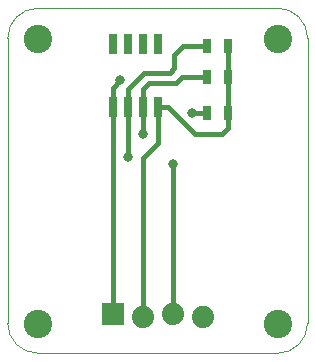
<source format=gtl>
%FSLAX23Y23*%
%MOIN*%
G04 EasyPC Gerber Version 15.0.4 Build 3016 *
%ADD78R,0.03150X0.04724*%
%ADD77R,0.03150X0.07087*%
%ADD79R,0.07400X0.07400*%
%ADD17C,0.00100*%
%ADD23C,0.01500*%
%ADD24C,0.03200*%
%ADD21C,0.07400*%
%ADD18C,0.09461*%
X0Y0D02*
D02*
D17*
X1000Y100D02*
Y1050D01*
G75*
G03X900Y1150I-100*
G01*
X100*
G75*
G03X0Y1050J-100*
G01*
Y100*
G75*
G03X100Y0I100*
G01*
X900*
G75*
G03X1000Y100J100*
G01*
D02*
D18*
X101Y99D03*
Y1049D03*
X901Y99D03*
Y1049D03*
D02*
D21*
X450Y120D03*
X550Y130D03*
X650Y120D03*
D02*
D23*
X350Y130D02*
Y820D01*
X375Y910D02*
X350Y885D01*
Y820*
X400Y655D02*
Y820D01*
X450Y120D02*
Y650D01*
X500Y700*
Y820*
X450Y730D02*
Y820D01*
X550Y130D02*
Y630D01*
X665Y800D02*
X615D01*
X665Y920D02*
X580D01*
X560Y900*
X470*
X450Y880*
Y820*
X665Y1025D02*
X585D01*
X555Y995*
Y950*
X540Y935*
X455*
X400Y880*
Y820*
X735Y800D02*
X735Y750D01*
X715Y730*
X625*
X535Y820*
X500*
X735Y920D02*
Y800D01*
Y1025D02*
Y920D01*
D02*
D24*
X375Y910D03*
X400Y655D03*
X450Y730D03*
X550Y630D03*
X615Y800D03*
D02*
D77*
X350Y820D03*
Y1030D03*
X400Y820D03*
Y1030D03*
X450Y820D03*
Y1030D03*
X500Y820D03*
Y1030D03*
D02*
D78*
X665Y800D03*
Y920D03*
Y1025D03*
X735Y800D03*
Y920D03*
Y1025D03*
D02*
D79*
X350Y130D03*
X0Y0D02*
M02*

</source>
